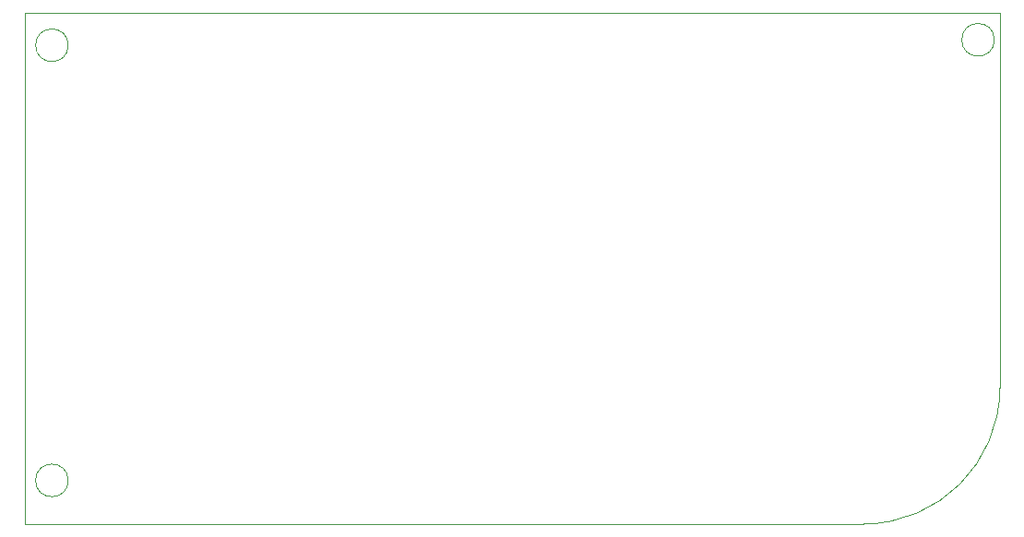
<source format=gm1>
G04 #@! TF.GenerationSoftware,KiCad,Pcbnew,8.0.5*
G04 #@! TF.CreationDate,2025-02-10T08:59:47+01:00*
G04 #@! TF.ProjectId,rocnikovka,726f636e-696b-46f7-966b-612e6b696361,rev?*
G04 #@! TF.SameCoordinates,Original*
G04 #@! TF.FileFunction,Profile,NP*
%FSLAX46Y46*%
G04 Gerber Fmt 4.6, Leading zero omitted, Abs format (unit mm)*
G04 Created by KiCad (PCBNEW 8.0.5) date 2025-02-10 08:59:47*
%MOMM*%
%LPD*%
G01*
G04 APERTURE LIST*
G04 #@! TA.AperFunction,Profile*
%ADD10C,0.050000*%
G04 #@! TD*
G04 APERTURE END LIST*
D10*
X125000000Y-107500000D02*
G75*
G02*
X112500000Y-120000000I-12500000J0D01*
G01*
X39500000Y-116000000D02*
G75*
G02*
X36500000Y-116000000I-1500000J0D01*
G01*
X36500000Y-116000000D02*
G75*
G02*
X39500000Y-116000000I1500000J0D01*
G01*
X125000000Y-107500000D02*
X125000000Y-73000000D01*
X125000000Y-73000000D02*
X35500000Y-73000000D01*
X35500000Y-120000000D02*
X112500000Y-120000000D01*
X124500000Y-75500000D02*
G75*
G02*
X121500000Y-75500000I-1500000J0D01*
G01*
X121500000Y-75500000D02*
G75*
G02*
X124500000Y-75500000I1500000J0D01*
G01*
X39500000Y-76000000D02*
G75*
G02*
X36500000Y-76000000I-1500000J0D01*
G01*
X36500000Y-76000000D02*
G75*
G02*
X39500000Y-76000000I1500000J0D01*
G01*
X35500000Y-73000000D02*
X35500000Y-120000000D01*
M02*

</source>
